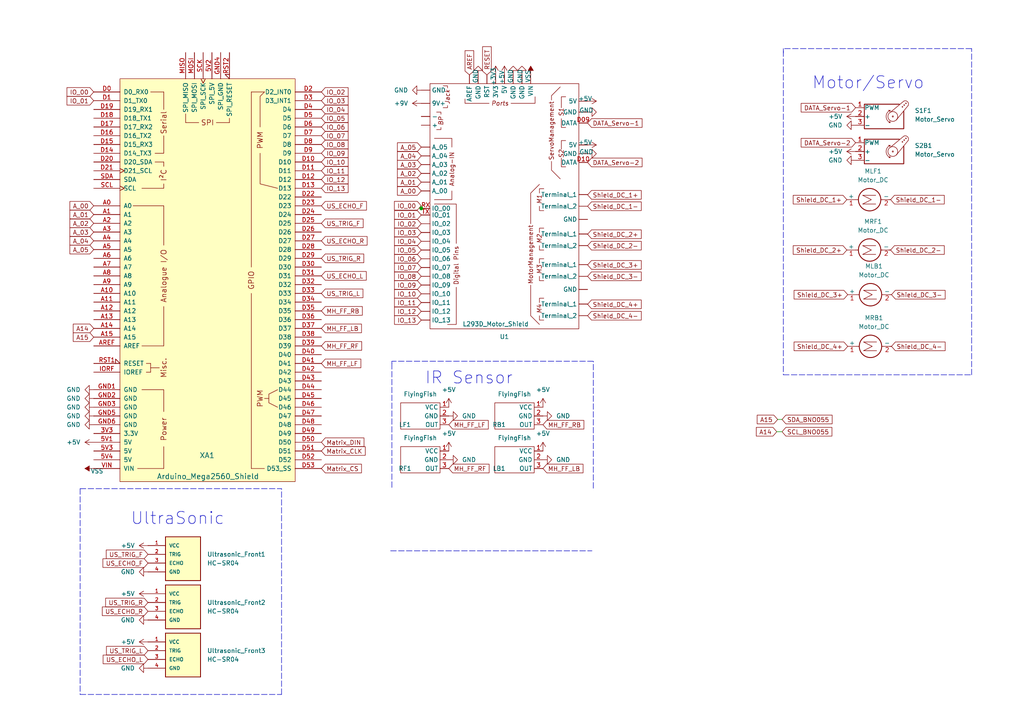
<source format=kicad_sch>
(kicad_sch (version 20211123) (generator eeschema)
  (paper "A4")
  (title_block (title "Infra Vroom") (date "2023-02-08") (rev "V1") (company "De Haagse Hoge School") (comment 1 "Laurens van der Drift") (comment 2 "Fransisco Ramirez") (comment 3 "Tommy Dobos") (comment 4 "Justin van der Reijden"))
  (lib_symbols
    (symbol "Arduino:Arduino_Mega2560_Shield" (pin_names (offset 1.016))
      (property "Reference" "XA" (at 2.54 0 90))
      (property "Value" "Arduino_Mega2560_Shield" (at -2.54 0 90))
      (symbol "Arduino_Mega2560_Shield_0_0"
        (rectangle (start -25.4 -58.42) (end 25.4 58.42) (fill (type background)))
        (rectangle (start -20.32 -54.61) (end -12.7 -54.61))
        (rectangle (start -19.05 -31.75) (end -12.7 -31.75))
        (rectangle (start -19.05 -19.05) (end -12.7 -19.05))
        (rectangle (start -19.05 26.67) (end -12.7 26.67))
        (rectangle (start -17.78 -26.67) (end -16.51 -26.67))
        (rectangle (start -17.78 -24.13) (end -16.51 -24.13))
        (rectangle (start -16.51 -25.4) (end -13.97 -25.4))
        (rectangle (start -16.51 -24.13) (end -16.51 -26.67))
        (rectangle (start -16.51 54.61) (end -12.7 54.61))
        (rectangle (start -15.24 34.29) (end -12.7 34.29))
        (rectangle (start -15.24 36.83) (end -12.7 36.83))
        (rectangle (start -12.7 -54.61) (end -12.7 -48.26))
        (rectangle (start -12.7 -31.75) (end -12.7 -38.1))
        (rectangle (start -12.7 26.67) (end -12.7 27.94))
        (rectangle (start -12.7 34.29) (end -12.7 33.02))
        (rectangle (start -12.7 41.91) (end -12.7 36.83))
        (rectangle (start -12.7 49.53) (end -12.7 54.61))
        (rectangle (start -6.35 48.26) (end -6.35 45.72))
        (rectangle (start -2.54 45.72) (end -6.35 45.72))
        (polyline (pts (xy -21.59 21.59) (xy -12.7 21.59)))
        (polyline (pts (xy -12.7 -19.05) (xy -12.7 -7.62)))
        (polyline (pts (xy -12.7 10.16) (xy -12.7 21.59)))
        (polyline (pts (xy 12.7 -54.61) (xy 16.51 -54.61)))
        (polyline (pts (xy 12.7 54.61) (xy 16.51 54.61)))
        (polyline (pts (xy 17.78 -34.29) (xy 16.51 -34.29)))
        (polyline (pts (xy 15.24 36.83) (xy 15.24 27.94) (xy 20.32 26.67)))
        (polyline (pts (xy 15.24 44.45) (xy 15.24 53.34) (xy 16.51 54.61)))
        (polyline (pts (xy 20.32 -31.75) (xy 17.78 -33.02) (xy 17.78 -35.56) (xy 20.32 -36.83)))
        (rectangle (start 6.35 45.72) (end 2.54 45.72))
        (rectangle (start 6.35 46.99) (end 6.35 45.72))
        (text "Analogue I/O" (at -12.7 1.27 900) (effects (font (size 1.524 1.524))))
        (text "I²C" (at -12.7 30.48 900) (effects (font (size 1.524 1.524))))
        (text "Misc." (at -12.7 -25.4 900) (effects (font (size 1.524 1.524))))
        (text "Power" (at -12.7 -43.18 900) (effects (font (size 1.524 1.524))))
        (text "PWM" (at 15.24 -34.29 900) (effects (font (size 1.524 1.524))))
        (text "PWM" (at 15.24 40.64 900) (effects (font (size 1.524 1.524))))
        (text "Serial" (at -12.7 45.72 900) (effects (font (size 1.524 1.524))))
        (text "SPI" (at 0 45.72 0) (effects (font (size 1.524 1.524))))
      )
      (symbol "Arduino_Mega2560_Shield_1_0"
        (rectangle (start 12.7 -54.61) (end 12.7 -3.81))
        (rectangle (start 12.7 54.61) (end 12.7 3.81))
        (text "GPIO" (at 12.7 0 900) (effects (font (size 1.524 1.524))))
      )
      (symbol "Arduino_Mega2560_Shield_1_1"
        (pin power_out line (at -33.02 -44.45 0) (length 7.62) (name "3.3V") (number "3V3"))
        (pin power_in line (at -33.02 -46.99 0) (length 7.62) (name "5V") (number "5V1"))
        (pin power_in line (at 1.27 66.04 270) (length 7.62) (name "SPI_5V") (number "5V2"))
        (pin power_in line (at -33.02 -49.53 0) (length 7.62) (name "5V") (number "5V3"))
        (pin power_in line (at -33.02 -52.07 0) (length 7.62) (name "5V") (number "5V4"))
        (pin bidirectional line (at -33.02 21.59 0) (length 7.62) (name "A0") (number "A0"))
        (pin bidirectional line (at -33.02 19.05 0) (length 7.62) (name "A1") (number "A1"))
        (pin bidirectional line (at -33.02 -3.81 0) (length 7.62) (name "A10") (number "A10"))
        (pin bidirectional line (at -33.02 -6.35 0) (length 7.62) (name "A11") (number "A11"))
        (pin bidirectional line (at -33.02 -8.89 0) (length 7.62) (name "A12") (number "A12"))
        (pin bidirectional line (at -33.02 -11.43 0) (length 7.62) (name "A13") (number "A13"))
        (pin bidirectional line (at -33.02 -13.97 0) (length 7.62) (name "A14") (number "A14"))
        (pin bidirectional line (at -33.02 -16.51 0) (length 7.62) (name "A15") (number "A15"))
        (pin bidirectional line (at -33.02 16.51 0) (length 7.62) (name "A2") (number "A2"))
        (pin bidirectional line (at -33.02 13.97 0) (length 7.62) (name "A3") (number "A3"))
        (pin bidirectional line (at -33.02 11.43 0) (length 7.62) (name "A4") (number "A4"))
        (pin bidirectional line (at -33.02 8.89 0) (length 7.62) (name "A5") (number "A5"))
        (pin bidirectional line (at -33.02 6.35 0) (length 7.62) (name "A6") (number "A6"))
        (pin bidirectional line (at -33.02 3.81 0) (length 7.62) (name "A7") (number "A7"))
        (pin bidirectional line (at -33.02 1.27 0) (length 7.62) (name "A8") (number "A8"))
        (pin bidirectional line (at -33.02 -1.27 0) (length 7.62) (name "A9") (number "A9"))
        (pin input line (at -33.02 -19.05 0) (length 7.62) (name "AREF") (number "AREF"))
        (pin bidirectional line (at -33.02 54.61 0) (length 7.62) (name "D0_RX0") (number "D0"))
        (pin bidirectional line (at -33.02 52.07 0) (length 7.62) (name "D1_TX0") (number "D1"))
        (pin bidirectional line (at 33.02 34.29 180) (length 7.62) (name "D10") (number "D10"))
        (pin bidirectional line (at 33.02 31.75 180) (length 7.62) (name "D11") (number "D11"))
        (pin bidirectional line (at 33.02 29.21 180) (length 7.62) (name "D12") (number "D12"))
        (pin bidirectional line (at 33.02 26.67 180) (length 7.62) (name "D13") (number "D13"))
        (pin bidirectional line (at -33.02 36.83 0) (length 7.62) (name "D14_TX3") (number "D14"))
        (pin bidirectional line (at -33.02 39.37 0) (length 7.62) (name "D15_RX3") (number "D15"))
        (pin bidirectional line (at -33.02 41.91 0) (length 7.62) (name "D16_TX2") (number "D16"))
        (pin bidirectional line (at -33.02 44.45 0) (length 7.62) (name "D17_RX2") (number "D17"))
        (pin bidirectional line (at -33.02 46.99 0) (length 7.62) (name "D18_TX1") (number "D18"))
        (pin bidirectional line (at -33.02 49.53 0) (length 7.62) (name "D19_RX1") (number "D19"))
        (pin bidirectional line (at 33.02 54.61 180) (length 7.62) (name "D2_INT0") (number "D2"))
        (pin bidirectional line (at -33.02 34.29 0) (length 7.62) (name "D20_SDA") (number "D20"))
        (pin bidirectional clock (at -33.02 31.75 0) (length 7.62) (name "D21_SCL") (number "D21"))
        (pin bidirectional line (at 33.02 24.13 180) (length 7.62) (name "D22") (number "D22"))
        (pin bidirectional line (at 33.02 21.59 180) (length 7.62) (name "D23") (number "D23"))
        (pin bidirectional line (at 33.02 19.05 180) (length 7.62) (name "D24") (number "D24"))
        (pin bidirectional line (at 33.02 16.51 180) (length 7.62) (name "D25") (number "D25"))
        (pin bidirectional line (at 33.02 13.97 180) (length 7.62) (name "D26") (number "D26"))
        (pin bidirectional line (at 33.02 11.43 180) (length 7.62) (name "D27") (number "D27"))
        (pin bidirectional line (at 33.02 8.89 180) (length 7.62) (name "D28") (number "D28"))
        (pin bidirectional line (at 33.02 6.35 180) (length 7.62) (name "D29") (number "D29"))
        (pin bidirectional line (at 33.02 52.07 180) (length 7.62) (name "D3_INT1") (number "D3"))
        (pin bidirectional line (at 33.02 3.81 180) (length 7.62) (name "D30") (number "D30"))
        (pin bidirectional line (at 33.02 1.27 180) (length 7.62) (name "D31") (number "D31"))
        (pin bidirectional line (at 33.02 -1.27 180) (length 7.62) (name "D32") (number "D32"))
        (pin bidirectional line (at 33.02 -3.81 180) (length 7.62) (name "D33") (number "D33"))
        (pin bidirectional line (at 33.02 -6.35 180) (length 7.62) (name "D34") (number "D34"))
        (pin bidirectional line (at 33.02 -8.89 180) (length 7.62) (name "D35") (number "D35"))
        (pin bidirectional line (at 33.02 -11.43 180) (length 7.62) (name "D36") (number "D36"))
        (pin bidirectional line (at 33.02 -13.97 180) (length 7.62) (name "D37") (number "D37"))
        (pin bidirectional line (at 33.02 -16.51 180) (length 7.62) (name "D38") (number "D38"))
        (pin bidirectional line (at 33.02 -19.05 180) (length 7.62) (name "D39") (number "D39"))
        (pin bidirectional line (at 33.02 49.53 180) (length 7.62) (name "D4") (number "D4"))
        (pin bidirectional line (at 33.02 -21.59 180) (length 7.62) (name "D40") (number "D40"))
        (pin bidirectional line (at 33.02 -24.13 180) (length 7.62) (name "D41") (number "D41"))
        (pin bidirectional line (at 33.02 -26.67 180) (length 7.62) (name "D42") (number "D42"))
        (pin bidirectional line (at 33.02 -29.21 180) (length 7.62) (name "D43") (number "D43"))
        (pin bidirectional line (at 33.02 -31.75 180) (length 7.62) (name "D44") (number "D44"))
        (pin bidirectional line (at 33.02 -34.29 180) (length 7.62) (name "D45") (number "D45"))
        (pin bidirectional line (at 33.02 -36.83 180) (length 7.62) (name "D46") (number "D46"))
        (pin bidirectional line (at 33.02 -39.37 180) (length 7.62) (name "D47") (number "D47"))
        (pin bidirectional line (at 33.02 -41.91 180) (length 7.62) (name "D48") (number "D48"))
        (pin bidirectional line (at 33.02 -44.45 180) (length 7.62) (name "D49") (number "D49"))
        (pin bidirectional line (at 33.02 46.99 180) (length 7.62) (name "D5") (number "D5"))
        (pin bidirectional line (at 33.02 -46.99 180) (length 7.62) (name "D50") (number "D50"))
        (pin bidirectional line (at 33.02 -49.53 180) (length 7.62) (name "D51") (number "D51"))
        (pin bidirectional line (at 33.02 -52.07 180) (length 7.62) (name "D52") (number "D52"))
        (pin bidirectional line (at 33.02 -54.61 180) (length 7.62) (name "D53_SS") (number "D53"))
        (pin bidirectional line (at 33.02 44.45 180) (length 7.62) (name "D6") (number "D6"))
        (pin bidirectional line (at 33.02 41.91 180) (length 7.62) (name "D7") (number "D7"))
        (pin bidirectional line (at 33.02 39.37 180) (length 7.62) (name "D8") (number "D8"))
        (pin bidirectional line (at 33.02 36.83 180) (length 7.62) (name "D9") (number "D9"))
        (pin power_in line (at -33.02 -31.75 0) (length 7.62) (name "GND") (number "GND1"))
        (pin power_in line (at -33.02 -34.29 0) (length 7.62) (name "GND") (number "GND2"))
        (pin power_in line (at -33.02 -36.83 0) (length 7.62) (name "GND") (number "GND3"))
        (pin power_in line (at 3.81 66.04 270) (length 7.62) (name "SPI_GND") (number "GND4"))
        (pin power_in line (at -33.02 -39.37 0) (length 7.62) (name "GND") (number "GND5"))
        (pin power_in line (at -33.02 -41.91 0) (length 7.62) (name "GND") (number "GND6"))
        (pin output line (at -33.02 -26.67 0) (length 7.62) (name "IOREF") (number "IORF"))
        (pin input line (at -6.35 66.04 270) (length 7.62) (name "SPI_MISO") (number "MISO"))
        (pin output line (at -3.81 66.04 270) (length 7.62) (name "SPI_MOSI") (number "MOSI"))
        (pin open_collector input_low (at -33.02 -24.13 0) (length 7.62) (name "RESET") (number "RST1"))
        (pin open_collector input_low (at 6.35 66.04 270) (length 7.62) (name "SPI_RESET") (number "RST2"))
        (pin output clock (at -1.27 66.04 270) (length 7.62) (name "SPI_SCK") (number "SCK"))
        (pin bidirectional clock (at -33.02 26.67 0) (length 7.62) (name "SCL") (number "SCL"))
        (pin bidirectional line (at -33.02 29.21 0) (length 7.62) (name "SDA") (number "SDA"))
        (pin power_in line (at -33.02 -54.61 0) (length 7.62) (name "VIN") (number "VIN"))
      )
    )
    (symbol "Arduino:FlyingFish"
      (property "Reference" "U" (at -5.08 -7.62 0))
      (property "Value" "FlyingFish" (at 0 0 0))
      (symbol "FlyingFish_0_1"
        (rectangle (start -6.35 -8.89) (end 5.08 -1.27))
      )
      (symbol "FlyingFish_1_1"
        (pin power_in line (at 7.62 -2.54 180) (length 2.54) (name "VCC") (number "1"))
        (pin power_out line (at 7.62 -5.08 180) (length 2.54) (name "GND") (number "2"))
        (pin output line (at 7.62 -7.62 180) (length 2.54) (name "OUT") (number "3"))
      )
    )
    (symbol "Arduino:L293D_Motor_Shield"
      (property "Reference" "U" (at -10.16 -33.02 0))
      (property "Value" "L293D_Motor_Shield" (at -1.27 -34.925 0))
      (symbol "L293D_Motor_Shield_0_0"
        (polyline (pts (xy -17.145 21.59) (xy -17.145 20.955) (xy -18.415 20.955)))
        (polyline (pts (xy -17.145 25.4) (xy -17.145 26.035) (xy -18.415 26.035)))
        (polyline (pts (xy -15.24 -35.56) (xy -12.7 -35.56) (xy -12.7 -24.765)))
        (polyline (pts (xy -15.24 27.94) (xy -15.24 27.305) (xy -16.51 27.305)))
        (polyline (pts (xy -15.24 33.02) (xy -15.24 33.655) (xy -16.51 33.655)))
        (polyline (pts (xy -13.97 3.175) (xy -13.97 0.635) (xy -19.05 0.635)))
        (polyline (pts (xy -13.97 15.875) (xy -13.97 18.415) (xy -19.05 18.415)))
        (polyline (pts (xy -12.7 -12.065) (xy -12.7 -0.635) (xy -19.05 -0.635)))
        (polyline (pts (xy -3.175 28.575) (xy -10.16 28.575) (xy -10.16 29.845)))
        (polyline (pts (xy 3.175 28.575) (xy 10.16 28.575) (xy 10.16 30.48)))
        (polyline (pts (xy 11.43 -35.56) (xy 8.89 -33.02) (xy 8.89 -24.13)))
        (polyline (pts (xy 11.43 -29.21) (xy 11.43 -27.94) (xy 12.7 -27.94)))
        (polyline (pts (xy 11.43 -17.78) (xy 11.43 -16.51) (xy 12.7 -16.51)))
        (polyline (pts (xy 11.43 -8.89) (xy 11.43 -7.62) (xy 12.7 -7.62)))
        (polyline (pts (xy 11.43 2.54) (xy 11.43 3.81) (xy 12.7 3.81)))
        (polyline (pts (xy 11.43 5.08) (xy 8.89 2.54) (xy 8.89 -6.35)))
        (polyline (pts (xy 12.7 -34.29) (xy 11.43 -34.29) (xy 11.43 -33.02)))
        (polyline (pts (xy 12.7 -22.86) (xy 11.43 -22.86) (xy 11.43 -21.59)))
        (polyline (pts (xy 12.7 -13.97) (xy 11.43 -13.97) (xy 11.43 -12.7)))
        (polyline (pts (xy 12.7 -2.54) (xy 11.43 -2.54) (xy 11.43 -1.27)))
        (polyline (pts (xy 17.4625 6.6675) (xy 14.9225 9.2075) (xy 14.9225 11.7475)))
        (polyline (pts (xy 17.4625 33.3375) (xy 14.9225 30.7975) (xy 14.9225 29.5275)))
        (polyline (pts (xy 17.78 12.7) (xy 17.78 10.16) (xy 19.05 10.16)))
        (polyline (pts (xy 17.78 15.24) (xy 17.78 17.78) (xy 19.05 17.78)))
        (polyline (pts (xy 17.78 24.13) (xy 17.78 21.59) (xy 19.05 21.59)))
        (polyline (pts (xy 17.78 27.305) (xy 17.78 30.48) (xy 19.05 30.48)))
        (text "Analog-IN" (at -13.97 9.525 900) (effects (font (size 1.27 1.27))))
        (text "BP" (at -17.145 23.495 900) (effects (font (size 1.27 1.27) italic)))
        (text "Digital Pins" (at -12.7 -18.415 900) (effects (font (size 1.27 1.27))))
        (text "Jack" (at -15.24 30.48 900) (effects (font (size 1.27 1.27) italic)))
        (text "M1" (at 11.43 0.76 900) (effects (font (size 1.27 1.27) italic)))
        (text "M2" (at 11.43 -10.67 900) (effects (font (size 1.27 1.27) italic)))
        (text "M3" (at 11.43 -19.56 900) (effects (font (size 1.27 1.27) italic)))
        (text "M4" (at 11.43 -30.99 900) (effects (font (size 1.27 1.27) italic)))
        (text "MotorManagement" (at 8.89 -15.24 900) (effects (font (size 1.27 1.27))))
        (text "Ports" (at 0 28.575 0) (effects (font (size 1.27 1.27) italic)))
        (text "S1" (at 17.78 26.035 900) (effects (font (size 1.27 1.27) italic)))
        (text "S2" (at 17.78 13.97 900) (effects (font (size 1.27 1.27) italic)))
        (text "ServoManagement" (at 14.9225 20.6375 900) (effects (font (size 1.27 1.27))))
      )
      (symbol "L293D_Motor_Shield_0_1"
        (rectangle (start -20.32 34.29) (end 22.86 -36.83))
      )
      (symbol "L293D_Motor_Shield_1_1"
        (pin output line (at -22.86 22.225 0) (length 2.54) (name "+") (number ""))
        (pin input line (at -22.86 24.765 0) (length 2.54) (name "-") (number ""))
        (pin power_in line (at -1.27 36.83 270) (length 2.54) (name "3V3") (number ""))
        (pin power_in line (at 1.27 36.83 270) (length 2.54) (name "5V") (number ""))
        (pin power_out line (at 25.4 16.51 180) (length 2.54) (name "5V") (number ""))
        (pin power_out line (at 25.4 29.21 180) (length 2.54) (name "5V") (number ""))
        (pin power_in line (at -22.86 28.575 0) (length 2.54) (name "9V+") (number ""))
        (pin bidirectional line (at -8.89 36.83 270) (length 2.54) (name "AREF") (number ""))
        (pin input line (at -22.86 3.175 0) (length 2.54) (name "A_00") (number ""))
        (pin input line (at -22.86 5.715 0) (length 2.54) (name "A_01") (number ""))
        (pin input line (at -22.86 8.255 0) (length 2.54) (name "A_02") (number ""))
        (pin input line (at -22.86 10.795 0) (length 2.54) (name "A_03") (number ""))
        (pin input line (at -22.86 13.335 0) (length 2.54) (name "A_04") (number ""))
        (pin input line (at -22.86 15.875 0) (length 2.54) (name "A_05") (number ""))
        (pin bidirectional line (at -22.86 32.385 0) (length 2.54) (name "GND") (number ""))
        (pin bidirectional line (at -6.35 36.83 270) (length 2.54) (name "GND") (number ""))
        (pin bidirectional line (at 3.81 36.83 270) (length 2.54) (name "GND") (number ""))
        (pin bidirectional line (at 6.35 36.83 270) (length 2.54) (name "GND") (number ""))
        (pin bidirectional line (at 25.4 -25.4 180) (length 2.54) (name "GND") (number ""))
        (pin bidirectional line (at 25.4 -5.08 180) (length 2.54) (name "GND") (number ""))
        (pin bidirectional line (at 25.4 13.97 180) (length 2.54) (name "GND") (number ""))
        (pin bidirectional line (at 25.4 26.035 180) (length 2.54) (name "GND") (number ""))
        (pin bidirectional line (at -22.86 -6.35 0) (length 2.54) (name "IO_02") (number ""))
        (pin bidirectional line (at -22.86 -8.89 0) (length 2.54) (name "IO_03") (number ""))
        (pin bidirectional line (at -22.86 -11.43 0) (length 2.54) (name "IO_04") (number ""))
        (pin bidirectional line (at -22.86 -13.97 0) (length 2.54) (name "IO_05") (number ""))
        (pin bidirectional line (at -22.86 -16.51 0) (length 2.54) (name "IO_06") (number ""))
        (pin bidirectional line (at -22.86 -19.05 0) (length 2.54) (name "IO_07") (number ""))
        (pin bidirectional line (at -22.86 -21.59 0) (length 2.54) (name "IO_08") (number ""))
        (pin bidirectional line (at -22.86 -24.13 0) (length 2.54) (name "IO_09") (number ""))
        (pin bidirectional line (at -22.86 -26.67 0) (length 2.54) (name "IO_10") (number ""))
        (pin bidirectional line (at -22.86 -29.21 0) (length 2.54) (name "IO_11") (number ""))
        (pin bidirectional line (at -22.86 -31.75 0) (length 2.54) (name "IO_12") (number ""))
        (pin bidirectional line (at -22.86 -34.29 0) (length 2.54) (name "IO_13") (number ""))
        (pin input line (at -3.81 36.83 270) (length 2.54) (name "RST") (number ""))
        (pin bidirectional line (at 25.414 -29.6446 180) (length 2.54) (name "Terminal_1") (number ""))
        (pin bidirectional line (at 25.414 -18.2146 180) (length 2.54) (name "Terminal_1") (number ""))
        (pin bidirectional line (at 25.414 -9.3246 180) (length 2.54) (name "Terminal_1") (number ""))
        (pin bidirectional line (at 25.414 2.1054 180) (length 2.54) (name "Terminal_1") (number ""))
        (pin bidirectional line (at 25.4 -33.02 180) (length 2.54) (name "Terminal_2") (number ""))
        (pin bidirectional line (at 25.4 -21.59 180) (length 2.54) (name "Terminal_2") (number ""))
        (pin bidirectional line (at 25.4 -12.7 180) (length 2.54) (name "Terminal_2") (number ""))
        (pin bidirectional line (at 25.4 -1.27 180) (length 2.54) (name "Terminal_2") (number ""))
        (pin bidirectional line (at 8.89 36.83 270) (length 2.54) (name "VIN") (number ""))
        (pin output line (at 25.4 22.86 180) (length 2.54) (name "DATA") (number "D09"))
        (pin output line (at 25.4 11.43 180) (length 2.54) (name "DATA") (number "D10"))
        (pin bidirectional line (at -22.86 -1.905 0) (length 2.54) (name "IO_00") (number "RX"))
        (pin bidirectional line (at -22.86 -3.81 0) (length 2.54) (name "IO_01") (number "TX"))
      )
    )
    (symbol "HC-SR04:HC-SR04" (pin_names (offset 1.016))
      (property "Reference" "U" (at 0 5.0813 0))
      (property "Value" "HC-SR04" (at 0 -10.163 0))
      (symbol "HC-SR04_0_0"
        (rectangle (start 0 -7.62) (end 10.16 5.08) (stroke (width 0.254)) (fill (type background)))
        (pin power_in line (at -5.08 2.54 0) (length 5.08) (name "VCC") (number "1"))
        (pin bidirectional line (at -5.08 0 0) (length 5.08) (name "TRIG") (number "2"))
        (pin bidirectional line (at -5.08 -2.54 0) (length 5.08) (name "ECHO") (number "3"))
        (pin power_in line (at -5.08 -5.08 0) (length 5.08) (name "GND") (number "4"))
      )
    )
    (symbol "Motor:Motor_DC" (pin_names (offset 0))
      (property "Reference" "M" (at 2.54 2.54 0))
      (property "Value" "Motor_DC" (at 2.54 -5.08 0))
      (symbol "Motor_DC_0_0"
        (polyline (pts (xy -1.27 -3.302) (xy -1.27 0.508) (xy 0 -2.032) (xy 1.27 0.508) (xy 1.27 -3.302)))
      )
      (symbol "Motor_DC_0_1"
        (circle (center 0 -1.524) (radius 3.2512) (stroke (width 0.254)))
        (polyline (pts (xy 0 -7.62) (xy 0 -7.112)))
        (polyline (pts (xy 0 -4.7752) (xy 0 -5.1816)))
        (polyline (pts (xy 0 1.7272) (xy 0 2.0828)))
        (polyline (pts (xy 0 2.032) (xy 0 2.54)))
      )
      (symbol "Motor_DC_1_1"
        (pin passive line (at 0 5.08 270) (length 2.54) (name "+") (number "1"))
        (pin passive line (at 0 -7.62 90) (length 2.54) (name "-") (number "2"))
      )
    )
    (symbol "Motor:Motor_Servo" (pin_names (offset 0.0254))
      (property "Reference" "M" (at -5.08 4.445 0))
      (property "Value" "Motor_Servo" (at -5.08 -4.064 0))
      (symbol "Motor_Servo_0_1"
        (polyline (pts (xy 2.413 -1.778) (xy 2.032 -1.778)))
        (polyline (pts (xy 2.413 -1.778) (xy 2.286 -1.397)))
        (polyline (pts (xy 2.413 1.778) (xy 1.905 1.778)))
        (polyline (pts (xy 2.413 1.778) (xy 2.286 1.397)))
        (polyline (pts (xy 6.35 4.445) (xy 2.54 1.27)))
        (polyline (pts (xy 7.62 3.175) (xy 4.191 -1.016)))
        (polyline (pts (xy 5.08 3.556) (xy -5.08 3.556) (xy -5.08 -3.556) (xy 6.35 -3.556) (xy 6.35 1.524)) (stroke (width 0.254)))
        (arc (start 2.413 1.778) (mid 1.2406 0) (end 2.413 -1.778))
        (circle (center 3.175 0) (radius 0.1778))
        (circle (center 3.175 0) (radius 1.4224))
        (circle (center 5.969 2.794) (radius 0.127))
        (circle (center 6.477 3.302) (radius 0.127))
        (circle (center 6.985 3.81) (radius 0.127))
        (arc (start 7.62 3.175) (mid 7.4485 4.2735) (end 6.35 4.445))
      )
      (symbol "Motor_Servo_1_1"
        (pin passive line (at -7.62 2.54 0) (length 2.54) (name "PWM") (number "1"))
        (pin passive line (at -7.62 0 0) (length 2.54) (name "+") (number "2"))
        (pin passive line (at -7.62 -2.54 0) (length 2.54) (name "-") (number "3"))
      )
    )
    (symbol "power:+3V3" (power) (pin_names (offset 0))
      (property "Value" "+3V3" (at 0 3.556 0))
      (symbol "+3V3_0_1"
        (polyline (pts (xy -0.762 1.27) (xy 0 2.54)))
        (polyline (pts (xy 0 0) (xy 0 2.54)))
        (polyline (pts (xy 0 2.54) (xy 0.762 1.27)))
      )
      (symbol "+3V3_1_1"
        (pin power_in line (at 0 0 90) (length 0) hide (name "+3V3") (number "1"))
      )
    )
    (symbol "power:+5V" (power) (pin_names (offset 0))
      (property "Value" "+5V" (at 0 3.556 0))
      (symbol "+5V_0_1"
        (polyline (pts (xy -0.762 1.27) (xy 0 2.54)))
        (polyline (pts (xy 0 0) (xy 0 2.54)))
        (polyline (pts (xy 0 2.54) (xy 0.762 1.27)))
      )
      (symbol "+5V_1_1"
        (pin power_in line (at 0 0 90) (length 0) hide (name "+5V") (number "1"))
      )
    )
    (symbol "power:+9V" (power) (pin_names (offset 0))
      (property "Value" "+9V" (at 0 3.556 0))
      (symbol "+9V_0_1"
        (polyline (pts (xy -0.762 1.27) (xy 0 2.54)))
        (polyline (pts (xy 0 0) (xy 0 2.54)))
        (polyline (pts (xy 0 2.54) (xy 0.762 1.27)))
      )
      (symbol "+9V_1_1"
        (pin power_in line (at 0 0 90) (length 0) hide (name "+9V") (number "1"))
      )
    )
    (symbol "power:GND" (power) (pin_names (offset 0))
      (property "Value" "GND" (at 0 -3.81 0))
      (symbol "GND_0_1"
        (polyline (pts (xy 0 0) (xy 0 -1.27) (xy 1.27 -1.27) (xy 0 -2.54) (xy -1.27 -1.27) (xy 0 -1.27)))
      )
      (symbol "GND_1_1"
        (pin power_in line (at 0 0 270) (length 0) hide (name "GND") (number "1"))
      )
    )
    (symbol "power:VSS" (power) (pin_names (offset 0))
      (property "Value" "VSS" (at 0 3.81 0))
      (symbol "VSS_0_1"
        (polyline (pts (xy 0 0) (xy 0 2.54)))
        (polyline (pts (xy 0.762 1.27) (xy -0.762 1.27) (xy 0 2.54) (xy 0.762 1.27)) (fill (type outline)))
      )
      (symbol "VSS_1_1"
        (pin power_in line (at 0 0 90) (length 0) hide (name "VSS") (number "1"))
      )
    )
  )
  (junction (at 122.174 60.452))
  (wire (pts (xy 122.1486 60.452) (xy 122.174 60.452)))
  (polyline (pts (xy 328.803 64.77) (xy 328.803 19.685)))
  (wire (pts (xy 225.298 125.222) (xy 226.822 125.222)))
  (polyline (pts (xy 23.241 141.732) (xy 23.241 201.422)))
  (wire (pts (xy 122.1486 59.6646) (xy 122.1486 60.452)))
  (polyline (pts (xy 328.803 19.685) (xy 372.618 19.685)))
  (polyline (pts (xy 281.813 108.712) (xy 281.813 14.097)))
  (wire (pts (xy 225.552 121.666) (xy 226.822 121.666)))
  (polyline (pts (xy 372.618 20.32) (xy 372.618 64.77)))
  (polyline (pts (xy 227.203 108.712) (xy 281.813 108.712)))
  (polyline (pts (xy 113.665 104.775) (xy 113.665 105.41)))
  (polyline (pts (xy 81.661 201.422) (xy 81.661 141.732)))
  (polyline (pts (xy 227.203 14.732) (xy 227.203 108.712)))
  (polyline (pts (xy 372.618 64.77) (xy 328.803 64.77)))
  (polyline (pts (xy 23.241 201.422) (xy 81.661 201.422)))
  (polyline (pts (xy 172.085 104.775) (xy 113.665 104.775)))
  (polyline (pts (xy 113.284 159.766) (xy 171.704 159.766)))
  (polyline (pts (xy 23.241 141.732) (xy 81.661 141.732)))
  (polyline (pts (xy 281.813 14.097) (xy 227.203 14.097)))
  (polyline (pts (xy 113.665 105.41) (xy 113.665 141.605)))
  (polyline (pts (xy 227.203 14.097) (xy 227.203 15.367)))
  (polyline (pts (xy 172.085 141.605) (xy 172.085 104.775)))
  (text "IR Sensor" (at 123.19 111.76 0) (effects (font (size 3.5 3.5)) (justify left bottom)))
  (text "UltraSonic" (at 37.846 152.527 0) (effects (font (size 3.5 3.5)) (justify left bottom)))
  (text "Bluetooth" (at 335.788 29.21 0) (effects (font (size 3.5 3.5)) (justify left bottom)))
  (text "Motor/Servo" (at 235.458 26.162 0) (effects (font (size 3.5 3.5)) (justify left bottom)))
  (global_label "ZS-040_State" (shape input) (at 353.568 34.29 0) (property "Intersheet References" "${INTERSHEET_REFS}" (effects hide)))
  (global_label "A_05" (shape input) (at 122.174 42.672 180) (property "Intersheet References" "${INTERSHEET_REFS}" (effects hide)))
  (global_label "Shield_DC_1-" (shape input) (at 170.434 59.817 0) (property "Intersheet References" "${INTERSHEET_REFS}" (effects hide)))
  (global_label "IO_00" (shape input) (at 27.178 26.67 180) (property "Intersheet References" "${INTERSHEET_REFS}" (effects hide)))
  (global_label "A_03" (shape input) (at 27.178 67.31 180) (property "Intersheet References" "${INTERSHEET_REFS}" (effects hide)))
  (global_label "Shield_DC_2-" (shape input) (at 170.434 71.247 0) (property "Intersheet References" "${INTERSHEET_REFS}" (effects hide)))
  (global_label "MH_FF_RF" (shape input) (at 93.218 100.33 0) (property "Intersheet References" "${INTERSHEET_REFS}" (effects hide)))
  (global_label "A15" (shape input) (at 27.178 97.79 180) (property "Intersheet References" "${INTERSHEET_REFS}" (effects hide)))
  (global_label "MH_FF_LF" (shape input) (at 93.218 105.41 0) (property "Intersheet References" "${INTERSHEET_REFS}" (effects hide)))
  (global_label "A_02" (shape input) (at 27.178 64.77 180) (property "Intersheet References" "${INTERSHEET_REFS}" (effects hide)))
  (global_label "IO_08" (shape input) (at 122.174 80.137 180) (property "Intersheet References" "${INTERSHEET_REFS}" (effects hide)))
  (global_label "IO_12" (shape input) (at 93.218 52.07 0) (property "Intersheet References" "${INTERSHEET_REFS}" (effects hide)))
  (global_label "SCL_BNO055" (shape input) (at 226.822 125.222 0) (property "Intersheet References" "${INTERSHEET_REFS}" (effects hide)))
  (global_label "ZS-040_TXD" (shape input) (at 353.568 43.18 0) (property "Intersheet References" "${INTERSHEET_REFS}" (effects hide)))
  (global_label "AREF" (shape input) (at 136.144 21.717 90) (property "Intersheet References" "${INTERSHEET_REFS}" (effects hide)))
  (global_label "A_03" (shape input) (at 122.174 47.752 180) (property "Intersheet References" "${INTERSHEET_REFS}" (effects hide)))
  (global_label "MH_FF_LB" (shape input) (at 93.218 95.25 0) (property "Intersheet References" "${INTERSHEET_REFS}" (effects hide)))
  (global_label "IO_08" (shape input) (at 93.218 41.91 0) (property "Intersheet References" "${INTERSHEET_REFS}" (effects hide)))
  (global_label "IO_10" (shape input) (at 122.174 85.217 180) (property "Intersheet References" "${INTERSHEET_REFS}" (effects hide)))
  (global_label "DATA_Servo-2" (shape input) (at 248.158 41.402 180) (property "Intersheet References" "${INTERSHEET_REFS}" (effects hide)))
  (global_label "MH_FF_RB" (shape input) (at 93.218 90.17 0) (property "Intersheet References" "${INTERSHEET_REFS}" (effects hide)))
  (global_label "IO_06" (shape input) (at 93.218 36.83 0) (property "Intersheet References" "${INTERSHEET_REFS}" (effects hide)))
  (global_label "IO_04" (shape input) (at 93.218 31.75 0) (property "Intersheet References" "${INTERSHEET_REFS}" (effects hide)))
  (global_label "Shield_DC_4-" (shape input) (at 258.572 100.457 0) (property "Intersheet References" "${INTERSHEET_REFS}" (effects hide)))
  (global_label "IO_02" (shape input) (at 122.174 64.897 180) (property "Intersheet References" "${INTERSHEET_REFS}" (effects hide)))
  (global_label "IO_00" (shape input) (at 122.1486 59.6646 180) (property "Intersheet References" "${INTERSHEET_REFS}" (effects hide)))
  (global_label "IO_03" (shape input) (at 93.218 29.21 0) (property "Intersheet References" "${INTERSHEET_REFS}" (effects hide)))
  (global_label "Shield_DC_3-" (shape input) (at 170.434 80.137 0) (property "Intersheet References" "${INTERSHEET_REFS}" (effects hide)))
  (global_label "Shield_DC_2-" (shape input) (at 258.318 72.517 0) (property "Intersheet References" "${INTERSHEET_REFS}" (effects hide)))
  (global_label "Shield_DC_1+" (shape input) (at 245.618 57.912 180) (property "Intersheet References" "${INTERSHEET_REFS}" (effects hide)))
  (global_label "IO_05" (shape input) (at 93.218 34.29 0) (property "Intersheet References" "${INTERSHEET_REFS}" (effects hide)))
  (global_label "US_TRIG_L" (shape input) (at 42.926 188.722 180) (property "Intersheet References" "${INTERSHEET_REFS}" (effects hide)))
  (global_label "Shield_DC_4+" (shape input) (at 170.434 88.265 0) (property "Intersheet References" "${INTERSHEET_REFS}" (effects hide)))
  (global_label "ZS-040_GND" (shape input) (at 353.568 47.625 0) (property "Intersheet References" "${INTERSHEET_REFS}" (effects hide)))
  (global_label "US_TRIG_R" (shape input) (at 93.218 74.93 0) (property "Intersheet References" "${INTERSHEET_REFS}" (effects hide)))
  (global_label "IO_03" (shape input) (at 122.174 67.437 180) (property "Intersheet References" "${INTERSHEET_REFS}" (effects hide)))
  (global_label "Shield_DC_2+" (shape input) (at 245.618 72.517 180) (property "Intersheet References" "${INTERSHEET_REFS}" (effects hide)))
  (global_label "IO_04" (shape input) (at 122.174 69.977 180) (property "Intersheet References" "${INTERSHEET_REFS}" (effects hide)))
  (global_label "MH_FF_LF" (shape input) (at 130.175 123.19 0) (property "Intersheet References" "${INTERSHEET_REFS}" (effects hide)))
  (global_label "A15" (shape input) (at 225.552 121.666 180) (property "Intersheet References" "${INTERSHEET_REFS}" (effects hide)))
  (global_label "US_TRIG_L" (shape input) (at 93.218 85.09 0) (property "Intersheet References" "${INTERSHEET_REFS}" (effects hide)))
  (global_label "IO_11" (shape input) (at 122.174 87.757 180) (property "Intersheet References" "${INTERSHEET_REFS}" (effects hide)))
  (global_label "MH_FF_LB" (shape input) (at 157.48 135.89 0) (property "Intersheet References" "${INTERSHEET_REFS}" (effects hide)))
  (global_label "IO_13" (shape input) (at 122.174 92.837 180) (property "Intersheet References" "${INTERSHEET_REFS}" (effects hide)))
  (global_label "US_ECHO_L" (shape input) (at 93.218 80.01 0) (property "Intersheet References" "${INTERSHEET_REFS}" (effects hide)))
  (global_label "Shield_DC_4-" (shape input) (at 170.434 91.567 0) (property "Intersheet References" "${INTERSHEET_REFS}" (effects hide)))
  (global_label "US_TRIG_R" (shape input) (at 42.926 174.752 180) (property "Intersheet References" "${INTERSHEET_REFS}" (effects hide)))
  (global_label "IO_12" (shape input) (at 122.174 90.297 180) (property "Intersheet References" "${INTERSHEET_REFS}" (effects hide)))
  (global_label "US_ECHO_L" (shape input) (at 42.926 191.262 180) (property "Intersheet References" "${INTERSHEET_REFS}" (effects hide)))
  (global_label "IO_06" (shape input) (at 122.174 75.057 180) (property "Intersheet References" "${INTERSHEET_REFS}" (effects hide)))
  (global_label "ZS-040_RXD" (shape input) (at 353.568 38.735 0) (property "Intersheet References" "${INTERSHEET_REFS}" (effects hide)))
  (global_label "A_04" (shape input) (at 122.174 45.212 180) (property "Intersheet References" "${INTERSHEET_REFS}" (effects hide)))
  (global_label "A_00" (shape input) (at 27.178 59.69 180) (property "Intersheet References" "${INTERSHEET_REFS}" (effects hide)))
  (global_label "DATA_Servo-2" (shape input) (at 170.434 47.117 0) (property "Intersheet References" "${INTERSHEET_REFS}" (effects hide)))
  (global_label "Matrix_DIN" (shape input) (at 93.218 128.27 0) (property "Intersheet References" "${INTERSHEET_REFS}" (effects hide)))
  (global_label "A_02" (shape input) (at 122.174 50.292 180) (property "Intersheet References" "${INTERSHEET_REFS}" (effects hide)))
  (global_label "A_05" (shape input) (at 27.178 72.39 180) (property "Intersheet References" "${INTERSHEET_REFS}" (effects hide)))
  (global_label "Matrix_CLK" (shape input) (at 93.218 130.81 0) (property "Intersheet References" "${INTERSHEET_REFS}" (effects hide)))
  (global_label "Shield_DC_4+" (shape input) (at 245.872 100.457 180) (property "Intersheet References" "${INTERSHEET_REFS}" (effects hide)))
  (global_label "Shield_DC_3+" (shape input) (at 170.434 76.835 0) (property "Intersheet References" "${INTERSHEET_REFS}" (effects hide)))
  (global_label "Shield_DC_3+" (shape input) (at 245.872 85.471 180) (property "Intersheet References" "${INTERSHEET_REFS}" (effects hide)))
  (global_label "A_04" (shape input) (at 27.178 69.85 180) (property "Intersheet References" "${INTERSHEET_REFS}" (effects hide)))
  (global_label "A_00" (shape input) (at 122.174 55.372 180) (property "Intersheet References" "${INTERSHEET_REFS}" (effects hide)))
  (global_label "Shield_DC_2+" (shape input) (at 170.434 67.945 0) (property "Intersheet References" "${INTERSHEET_REFS}" (effects hide)))
  (global_label "DATA_Servo-1" (shape input) (at 170.434 35.687 0) (property "Intersheet References" "${INTERSHEET_REFS}" (effects hide)))
  (global_label "IO_13" (shape input) (at 93.218 54.61 0) (property "Intersheet References" "${INTERSHEET_REFS}" (effects hide)))
  (global_label "MH_FF_RB" (shape input) (at 157.48 123.19 0) (property "Intersheet References" "${INTERSHEET_REFS}" (effects hide)))
  (global_label "IO_11" (shape input) (at 93.218 49.53 0) (property "Intersheet References" "${INTERSHEET_REFS}" (effects hide)))
  (global_label "SDA_BNO055" (shape input) (at 226.822 121.666 0) (property "Intersheet References" "${INTERSHEET_REFS}" (effects hide)))
  (global_label "IO_10" (shape input) (at 93.218 46.99 0) (property "Intersheet References" "${INTERSHEET_REFS}" (effects hide)))
  (global_label "DATA_Servo-1" (shape input) (at 248.158 31.242 180) (property "Intersheet References" "${INTERSHEET_REFS}" (effects hide)))
  (global_label "A_01" (shape input) (at 122.174 52.832 180) (property "Intersheet References" "${INTERSHEET_REFS}" (effects hide)))
  (global_label "A_01" (shape input) (at 27.178 62.23 180) (property "Intersheet References" "${INTERSHEET_REFS}" (effects hide)))
  (global_label "US_ECHO_F" (shape input) (at 42.926 163.322 180) (property "Intersheet References" "${INTERSHEET_REFS}" (effects hide)))
  (global_label "Shield_DC_3-" (shape input) (at 258.572 85.471 0) (property "Intersheet References" "${INTERSHEET_REFS}" (effects hide)))
  (global_label "IO_01" (shape input) (at 27.178 29.21 180) (property "Intersheet References" "${INTERSHEET_REFS}" (effects hide)))
  (global_label "Shield_DC_1+" (shape input) (at 170.434 56.515 0) (property "Intersheet References" "${INTERSHEET_REFS}" (effects hide)))
  (global_label "IO_01" (shape input) (at 122.174 62.357 180) (property "Intersheet References" "${INTERSHEET_REFS}" (effects hide)))
  (global_label "ZS-040_EN" (shape input) (at 353.568 56.515 0) (property "Intersheet References" "${INTERSHEET_REFS}" (effects hide)))
  (global_label "US_TRIG_F" (shape input) (at 42.926 160.782 180) (property "Intersheet References" "${INTERSHEET_REFS}" (effects hide)))
  (global_label "IO_09" (shape input) (at 93.218 44.45 0) (property "Intersheet References" "${INTERSHEET_REFS}" (effects hide)))
  (global_label "ZS-040_VCC" (shape input) (at 353.568 52.07 0) (property "Intersheet References" "${INTERSHEET_REFS}" (effects hide)))
  (global_label "US_ECHO_R" (shape input) (at 42.926 177.292 180) (property "Intersheet References" "${INTERSHEET_REFS}" (effects hide)))
  (global_label "Matrix_CS" (shape input) (at 93.218 135.89 0) (property "Intersheet References" "${INTERSHEET_REFS}" (effects hide)))
  (global_label "IO_07" (shape input) (at 93.218 39.37 0) (property "Intersheet References" "${INTERSHEET_REFS}" (effects hide)))
  (global_label "US_ECHO_R" (shape input) (at 93.218 69.85 0) (property "Intersheet References" "${INTERSHEET_REFS}" (effects hide)))
  (global_label "US_TRIG_F" (shape input) (at 93.218 64.77 0) (property "Intersheet References" "${INTERSHEET_REFS}" (effects hide)))
  (global_label "RESET" (shape input) (at 141.224 21.717 90) (property "Intersheet References" "${INTERSHEET_REFS}" (effects hide)))
  (global_label "Shield_DC_1-" (shape input) (at 258.318 57.912 0) (property "Intersheet References" "${INTERSHEET_REFS}" (effects hide)))
  (global_label "US_ECHO_F" (shape input) (at 93.218 59.69 0) (property "Intersheet References" "${INTERSHEET_REFS}" (effects hide)))
  (global_label "IO_09" (shape input) (at 122.174 82.677 180) (property "Intersheet References" "${INTERSHEET_REFS}" (effects hide)))
  (global_label "IO_02" (shape input) (at 93.218 26.67 0) (property "Intersheet References" "${INTERSHEET_REFS}" (effects hide)))
  (global_label "IO_07" (shape input) (at 122.174 77.597 180) (property "Intersheet References" "${INTERSHEET_REFS}" (effects hide)))
  (global_label "MH_FF_RF" (shape input) (at 130.175 135.89 0) (property "Intersheet References" "${INTERSHEET_REFS}" (effects hide)))
  (global_label "A14" (shape input) (at 27.178 95.25 180) (property "Intersheet References" "${INTERSHEET_REFS}" (effects hide)))
  (global_label "A14" (shape input) (at 225.298 125.222 180) (property "Intersheet References" "${INTERSHEET_REFS}" (effects hide)))
  (global_label "IO_05" (shape input) (at 122.174 72.517 180) (property "Intersheet References" "${INTERSHEET_REFS}" (effects hide)))
  (symbol (lib_id "power:VSS") (at 153.924 21.717 0) (unit 1)
    (property "Reference" "#PWR0134" (effects hide))
    (property "Value" "VSS" (at 153.162 22.098 90))
  )
  (symbol (lib_id "power:+5V") (at 42.926 172.212 90) (unit 1)
    (property "Reference" "#PWR0113" (effects hide))
    (property "Value" "+5V" (at 39.116 172.2119 90) (effects (justify left)))
  )
  (symbol (lib_id "power:GND") (at 42.926 165.862 270) (unit 1)
    (property "Reference" "#PWR0115" (effects hide))
    (property "Value" "GND" (at 39.116 165.8619 90) (effects (justify right)))
  )
  (symbol (lib_id "power:GND") (at 122.174 26.162 270) (unit 1)
    (property "Reference" "#PWR0124" (effects hide))
    (property "Value" "GND" (at 118.364 26.1619 90) (effects (justify right)))
  )
  (symbol (lib_id "power:GND") (at 170.434 44.577 90) (unit 1)
    (property "Reference" "#PWR0128" (effects hide))
    (property "Value" "GND" (at 168.021 44.069 90) (effects (justify right)))
  )
  (symbol (lib_id "Motor:Motor_DC") (at 250.952 100.457 90) (unit 1)
    (property "Reference" "MRB1" (at 253.492 92.202 90))
    (property "Value" "Motor_DC" (at 253.492 94.742 90))
  )
  (symbol (lib_id "Arduino:Arduino_Mega2560_Shield") (at 60.198 81.28 0) (unit 1)
    (property "Reference" "XA1" (at 60.071 132.08 0) (effects (font (size 1.524 1.524))))
    (property "Value" "Arduino_Mega2560_Shield" (at 60.325 138.176 0) (effects (font (size 1.524 1.524))))
    (property "Footprint" "Arduino_Library:Arduino_Mega2560_Shield" (effects hide))
    (property "Datasheet" "https://docs.arduino.cc/hardware/mega-2560" (effects hide))
  )
  (symbol (lib_id "power:GND") (at 248.158 36.322 270) (unit 1)
    (property "Reference" "#PWR0135" (effects hide))
    (property "Value" "GND" (at 244.348 36.3219 90) (effects (justify right)))
  )
  (symbol (lib_id "Arduino:FlyingFish") (at 149.86 128.27 0) (unit 1)
    (property "Reference" "LB1" (at 144.78 135.89 0))
    (property "Value" "FlyingFish" (at 149.225 127 0))
  )
  (symbol (lib_id "power:+5V") (at 248.158 33.782 90) (unit 1)
    (property "Reference" "#PWR0137" (effects hide))
    (property "Value" "+5V" (at 244.348 33.7819 90) (effects (justify left)))
  )
  (symbol (lib_id "power:GND") (at 130.175 120.65 90) (unit 1)
    (property "Reference" "#PWR0121" (effects hide))
    (property "Value" "GND" (at 133.985 120.6499 90) (effects (justify right)))
  )
  (symbol (lib_id "power:+5V") (at 42.926 186.182 90) (unit 1)
    (property "Reference" "#PWR0111" (effects hide))
    (property "Value" "+5V" (at 39.116 186.1819 90) (effects (justify left)))
  )
  (symbol (lib_id "power:GND") (at 170.434 32.512 90) (unit 1)
    (property "Reference" "#PWR0126" (effects hide))
    (property "Value" "GND" (at 168.021 32.004 90) (effects (justify right)))
  )
  (symbol (lib_id "power:GND") (at 151.384 21.717 180) (unit 1)
    (property "Reference" "#PWR0130" (effects hide))
    (property "Value" "GND" (at 150.876 24.13 90) (effects (justify right)))
  )
  (symbol (lib_id "Arduino:FlyingFish") (at 122.555 115.57 0) (unit 1)
    (property "Reference" "LF1" (at 117.475 123.19 0))
    (property "Value" "FlyingFish" (at 121.92 114.3 0))
  )
  (symbol (lib_id "power:GND") (at 27.178 123.19 270) (unit 1)
    (property "Reference" "#PWR0106" (effects hide))
    (property "Value" "GND" (at 23.368 123.1899 90) (effects (justify right)))
  )
  (symbol (lib_id "Motor:Motor_DC") (at 250.698 72.517 90) (unit 1)
    (property "Reference" "MRF1" (at 253.238 64.262 90))
    (property "Value" "Motor_DC" (at 253.238 66.802 90))
  )
  (symbol (lib_id "power:GND") (at 27.178 120.65 270) (unit 1)
    (property "Reference" "#PWR0104" (effects hide))
    (property "Value" "GND" (at 23.368 120.6499 90) (effects (justify right)))
  )
  (symbol (lib_id "Motor:Motor_Servo") (at 255.778 43.942 0) (unit 1)
    (property "Reference" "S2B1" (at 265.303 42.2385 0) (effects (justify left)))
    (property "Value" "Motor_Servo" (at 265.303 44.7785 0) (effects (justify left)))
    (property "Datasheet" "http://forums.parallax.com/uploads/attachments/46831/74481.png" (effects hide))
  )
  (symbol (lib_id "power:GND") (at 27.178 118.11 270) (unit 1)
    (property "Reference" "#PWR0103" (effects hide))
    (property "Value" "GND" (at 23.368 118.1099 90) (effects (justify right)))
  )
  (symbol (lib_id "HC-SR04:HC-SR04") (at 48.006 174.752 0) (unit 1)
    (property "Reference" "Ultrasonic_Front2" (at 60.071 174.7519 0) (effects (justify left)))
    (property "Value" "HC-SR04" (at 60.071 177.2919 0) (effects (justify left)))
    (property "Footprint" "XCVR_HC-SR04" (effects hide))
    (property "MANUFACTURER" "Osepp" (effects hide))
  )
  (symbol (lib_id "power:+5V") (at 130.175 118.11 0) (unit 1)
    (property "Reference" "#PWR0110" (effects hide))
    (property "Value" "+5V" (at 130.175 113.03 0))
  )
  (symbol (lib_id "power:GND") (at 130.175 133.35 90) (unit 1)
    (property "Reference" "#PWR0122" (effects hide))
    (property "Value" "GND" (at 133.985 133.3499 90) (effects (justify right)))
  )
  (symbol (lib_id "power:+9V") (at 122.174 29.972 90) (unit 1)
    (property "Reference" "#PWR0123" (effects hide))
    (property "Value" "+9V" (at 118.3894 29.9719 90) (effects (justify left)))
  )
  (symbol (lib_id "power:GND") (at 148.844 21.717 180) (unit 1)
    (property "Reference" "#PWR0133" (effects hide))
    (property "Value" "GND" (at 148.082 24.13 90) (effects (justify right)))
  )
  (symbol (lib_id "Motor:Motor_Servo") (at 255.778 33.782 0) (unit 1)
    (property "Reference" "S1F1" (at 265.303 32.0785 0) (effects (justify left)))
    (property "Value" "Motor_Servo" (at 265.303 34.6185 0) (effects (justify left)))
    (property "Datasheet" "http://forums.parallax.com/uploads/attachments/46831/74481.png" (effects hide))
  )
  (symbol (lib_id "Arduino:FlyingFish") (at 149.86 115.57 0) (unit 1)
    (property "Reference" "RB1" (at 144.78 123.19 0))
    (property "Value" "FlyingFish" (at 149.225 114.3 0))
  )
  (symbol (lib_id "power:GND") (at 27.178 115.57 270) (unit 1)
    (property "Reference" "#PWR0102" (effects hide))
    (property "Value" "GND" (at 23.368 115.5699 90) (effects (justify right)))
  )
  (symbol (lib_id "power:+5V") (at 27.178 128.27 90) (unit 1)
    (property "Reference" "#PWR0105" (effects hide))
    (property "Value" "+5V" (at 23.368 128.2699 90) (effects (justify left)))
  )
  (symbol (lib_id "HC-SR04:HC-SR04") (at 48.006 160.782 0) (unit 1)
    (property "Reference" "Ultrasonic_Front1" (at 60.071 160.7819 0) (effects (justify left)))
    (property "Value" "HC-SR04" (at 60.071 163.3219 0) (effects (justify left)))
    (property "Footprint" "XCVR_HC-SR04" (effects hide))
    (property "MANUFACTURER" "Osepp" (effects hide))
  )
  (symbol (lib_id "power:+5V") (at 157.48 130.81 0) (unit 1)
    (property "Reference" "#PWR0119" (effects hide))
    (property "Value" "+5V" (at 157.48 125.73 0))
  )
  (symbol (lib_id "power:GND") (at 248.158 46.482 270) (unit 1)
    (property "Reference" "#PWR0108" (effects hide))
    (property "Value" "GND" (at 244.348 46.4819 90) (effects (justify right)))
  )
  (symbol (lib_id "power:GND") (at 42.926 193.802 270) (unit 1)
    (property "Reference" "#PWR0114" (effects hide))
    (property "Value" "GND" (at 39.116 193.8019 90) (effects (justify right)))
  )
  (symbol (lib_id "Arduino:L293D_Motor_Shield") (at 145.034 58.547 0) (unit 1)
    (property "Reference" "U1" (at 146.311 97.663 0))
    (property "Value" "L293D_Motor_Shield" (at 143.764 93.98 0))
  )
  (symbol (lib_id "power:+5V") (at 42.926 158.242 90) (unit 1)
    (property "Reference" "#PWR0116" (effects hide))
    (property "Value" "+5V" (at 39.116 158.2419 90) (effects (justify left)))
  )
  (symbol (lib_id "power:GND") (at 27.178 113.03 270) (unit 1)
    (property "Reference" "#PWR0107" (effects hide))
    (property "Value" "GND" (at 23.368 113.0299 90) (effects (justify right)))
  )
  (symbol (lib_id "HC-SR04:HC-SR04") (at 48.006 188.722 0) (unit 1)
    (property "Reference" "Ultrasonic_Front3" (at 60.071 188.7219 0) (effects (justify left)))
    (property "Value" "HC-SR04" (at 60.071 191.2619 0) (effects (justify left)))
    (property "Footprint" "XCVR_HC-SR04" (effects hide))
    (property "MANUFACTURER" "Osepp" (effects hide))
  )
  (symbol (lib_id "power:+5V") (at 157.48 118.11 0) (unit 1)
    (property "Reference" "#PWR0120" (effects hide))
    (property "Value" "+5V" (at 157.48 113.03 0))
  )
  (symbol (lib_id "power:+5V") (at 248.158 43.942 90) (unit 1)
    (property "Reference" "#PWR0136" (effects hide))
    (property "Value" "+5V" (at 244.348 43.9419 90) (effects (justify left)))
  )
  (symbol (lib_id "power:+5V") (at 146.304 21.717 0) (unit 1)
    (property "Reference" "#PWR0131" (effects hide))
    (property "Value" "+5V" (at 145.5674 22.4282 90))
  )
  (symbol (lib_id "power:+5V") (at 130.175 130.81 0) (unit 1)
    (property "Reference" "#PWR0109" (effects hide))
    (property "Value" "+5V" (at 130.175 125.73 0))
  )
  (symbol (lib_id "power:GND") (at 157.48 120.65 90) (unit 1)
    (property "Reference" "#PWR0117" (effects hide))
    (property "Value" "GND" (at 161.29 120.6499 90) (effects (justify right)))
  )
  (symbol (lib_id "power:VSS") (at 27.178 135.89 90) (unit 1)
    (property "Reference" "#PWR0101" (effects hide))
    (property "Value" "VSS" (at 26.289 136.652 90) (effects (justify right)))
  )
  (symbol (lib_id "Motor:Motor_DC") (at 250.698 57.912 90) (unit 1)
    (property "Reference" "MLF1" (at 253.238 49.657 90))
    (property "Value" "Motor_DC" (at 253.238 52.197 90))
  )
  (symbol (lib_id "power:+3V3") (at 143.764 21.717 0) (unit 1)
    (property "Reference" "#PWR0132" (effects hide))
    (property "Value" "+3V3" (at 143.1036 22.225 90))
  )
  (symbol (lib_id "power:GND") (at 42.926 179.832 270) (unit 1)
    (property "Reference" "#PWR0112" (effects hide))
    (property "Value" "GND" (at 39.116 179.8319 90) (effects (justify right)))
  )
  (symbol (lib_id "power:GND") (at 157.48 133.35 90) (unit 1)
    (property "Reference" "#PWR0118" (effects hide))
    (property "Value" "GND" (at 161.29 133.3499 90) (effects (justify right)))
  )
  (symbol (lib_id "power:GND") (at 138.684 21.717 180) (unit 1)
    (property "Reference" "#PWR0129" (effects hide))
    (property "Value" "GND" (at 137.922 24.13 90) (effects (justify right)))
  )
  (symbol (lib_id "Motor:Motor_DC") (at 250.952 85.471 90) (unit 1)
    (property "Reference" "MLB1" (at 253.492 77.216 90))
    (property "Value" "Motor_DC" (at 253.492 79.756 90))
  )
  (symbol (lib_id "power:+5V") (at 170.434 29.337 270) (unit 1)
    (property "Reference" "#PWR0125" (effects hide))
    (property "Value" "+5V" (at 169.7228 28.6004 90))
  )
  (symbol (lib_id "power:+5V") (at 170.434 42.037 270) (unit 1)
    (property "Reference" "#PWR0127" (effects hide))
    (property "Value" "+5V" (at 169.7228 41.3004 90))
  )
  (symbol (lib_id "Arduino:FlyingFish") (at 122.555 128.27 0) (unit 1)
    (property "Reference" "RF1" (at 117.475 135.89 0))
    (property "Value" "FlyingFish" (at 121.92 127 0))
  )
)
</source>
